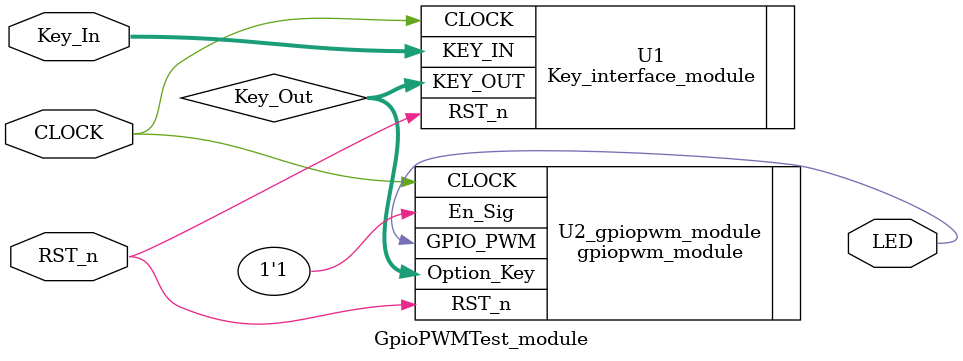
<source format=v>
module GpioPWMTest_module
(
    input CLOCK,
	 input RST_n,
	 input [2:0]Key_In,
	 output LED
);

    /******************************************/
    
	 wire [2:0]Key_Out;

    Key_interface_module U1
	 (
	     .CLOCK( CLOCK ),
		  .RST_n( RST_n ),
		  .KEY_IN( Key_In ),    // input - from top
		  .KEY_OUT( Key_Out )   // output - to U2
	 );

    /******************************************/	
	 
gpiopwm_module //BPS 
#(
	//DEVICE_CNT = 85.89934592 * fo    for 50Mhz
//	parameter		DEVICE_CNT = 32'd942950	//500Hz  
	.DEVICE_CNT(32'd85899)    // 1KHz
//	parameter		DEVICE_CNT = 32'd171799	//2KHz	
)
U2_gpiopwm_module
(
	   .CLOCK( CLOCK ),
		.RST_n( RST_n ),
		.En_Sig( 1'b1 ),    // 
		.Option_Key( Key_Out ),  // input - from U1
		.GPIO_PWM( LED ) // output - to top
);
	 
	/******************************************/        

endmodule

</source>
